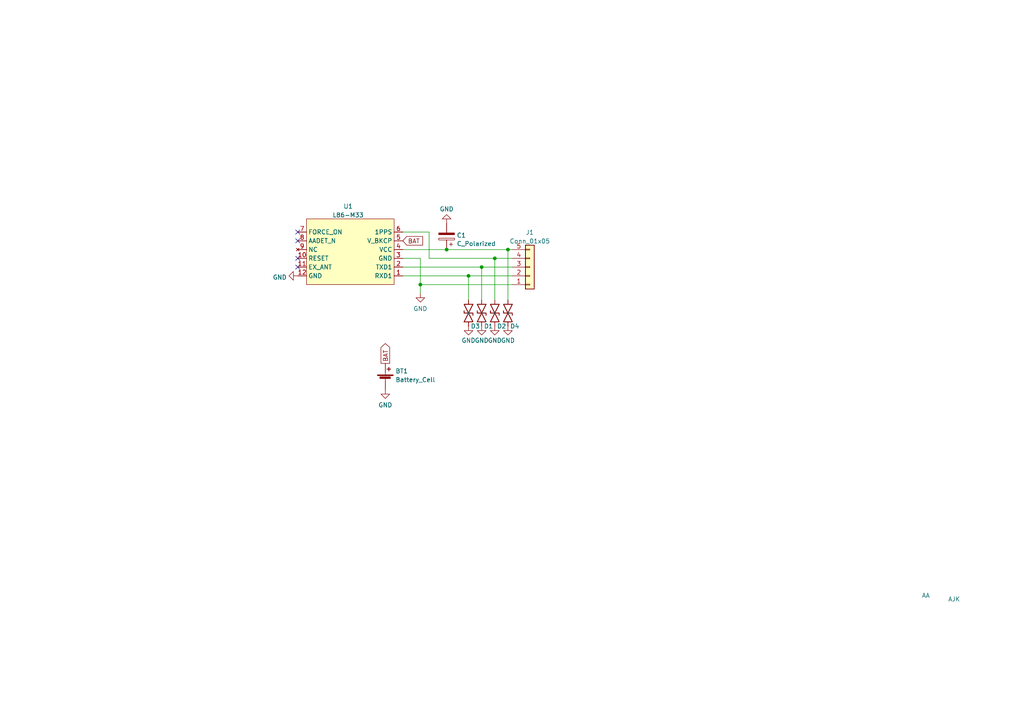
<source format=kicad_sch>
(kicad_sch (version 20230121) (generator eeschema)
  (paper "A4")
  (title_block (title "GPS reference") (date "${DATE}") (rev "1") (company "Adrian Kennard Andrews & Arnold Ltd") (comment 1 "@TheRealRevK") (comment 2 "www.me.uk"))
  (lib_symbols
    (symbol "Connector_Generic:Conn_01x05" (pin_names (offset 1.016) hide)
      (property "Reference" "J" (at 0 7.62 0))
      (property "Value" "Conn_01x05" (at 0 -7.62 0))
      (symbol "Conn_01x05_1_1"
        (rectangle (start -1.27 -4.953) (end 0 -5.207) (stroke (width 0.1524)))
        (rectangle (start -1.27 -2.413) (end 0 -2.667) (stroke (width 0.1524)))
        (rectangle (start -1.27 0.127) (end 0 -0.127) (stroke (width 0.1524)))
        (rectangle (start -1.27 2.667) (end 0 2.413) (stroke (width 0.1524)))
        (rectangle (start -1.27 5.207) (end 0 4.953) (stroke (width 0.1524)))
        (rectangle (start -1.27 6.35) (end 1.27 -6.35) (stroke (width 0.254)) (fill (type background)))
        (pin passive line (at -5.08 5.08 0) (length 3.81) (name "Pin_1") (number "1"))
        (pin passive line (at -5.08 2.54 0) (length 3.81) (name "Pin_2") (number "2"))
        (pin passive line (at -5.08 0 0) (length 3.81) (name "Pin_3") (number "3"))
        (pin passive line (at -5.08 -2.54 0) (length 3.81) (name "Pin_4") (number "4"))
        (pin passive line (at -5.08 -5.08 0) (length 3.81) (name "Pin_5") (number "5"))
      )
    )
    (symbol "Device:Battery_Cell" (pin_numbers hide) (pin_names (offset 0) hide)
      (property "Reference" "BT" (at 2.54 2.54 0))
      (property "Value" "Battery_Cell" (at 2.54 0 0))
      (symbol "Battery_Cell_0_1"
        (rectangle (start -2.286 1.778) (end 2.286 1.524) (fill (type outline)))
        (rectangle (start -1.5748 1.1938) (end 1.4732 0.6858) (fill (type outline)))
        (polyline (pts (xy 0 0.762) (xy 0 0)))
        (polyline (pts (xy 0 1.778) (xy 0 2.54)))
        (polyline (pts (xy 0.508 3.429) (xy 1.524 3.429)) (stroke (width 0.254)))
        (polyline (pts (xy 1.016 3.937) (xy 1.016 2.921)) (stroke (width 0.254)))
      )
      (symbol "Battery_Cell_1_1"
        (pin passive line (at 0 5.08 270) (length 2.54) (name "+") (number "1"))
        (pin passive line (at 0 -2.54 90) (length 2.54) (name "-") (number "2"))
      )
    )
    (symbol "Device:C_Polarized" (pin_numbers hide) (pin_names (offset 0.254))
      (property "Reference" "C" (at 0.635 2.54 0))
      (property "Value" "C_Polarized" (at 0.635 -2.54 0))
      (symbol "C_Polarized_0_1"
        (rectangle (start -2.286 0.508) (end 2.286 1.016))
        (polyline (pts (xy -1.778 2.286) (xy -0.762 2.286)))
        (polyline (pts (xy -1.27 2.794) (xy -1.27 1.778)))
        (rectangle (start 2.286 -0.508) (end -2.286 -1.016) (fill (type outline)))
      )
      (symbol "C_Polarized_1_1"
        (pin passive line (at 0 3.81 270) (length 2.794) (name "~") (number "1"))
        (pin passive line (at 0 -3.81 90) (length 2.794) (name "~") (number "2"))
      )
    )
    (symbol "GND_1" (power) (pin_names (offset 0))
      (property "Value" "GND_1" (at 0 -3.81 0))
      (symbol "GND_1_0_1"
        (polyline (pts (xy 0 0) (xy 0 -1.27) (xy 1.27 -1.27) (xy 0 -2.54) (xy -1.27 -1.27) (xy 0 -1.27)))
      )
      (symbol "GND_1_1_1"
        (pin power_in line (at 0 0 270) (length 0) hide (name "GND") (number "1"))
      )
    )
    (symbol "RevK:AA" (pin_names (offset 1.016)) (in_bom no)
      (property "Value" "AA" (at 0 0 0))
    )
    (symbol "RevK:AJK" (pin_names (offset 1.016)) (in_bom no)
      (property "Value" "AJK" (at 0 0 0))
    )
    (symbol "RevK:ES05D1MC10" (pin_numbers hide)
      (property "Reference" "D" (at 0 2.54 0))
      (symbol "ES05D1MC10_0_1"
        (polyline (pts (xy -2.54 1.27) (xy -2.54 -1.27) (xy 0 0) (xy -2.54 1.27)) (stroke (width 0.254)))
        (polyline (pts (xy 2.54 -1.27) (xy 2.54 1.27) (xy 0 0) (xy 2.54 -1.27)) (stroke (width 0.254)))
      )
      (symbol "ES05D1MC10_1_1"
        (polyline (pts (xy 0.635 1.27) (xy 0 1.27) (xy 0 -1.27) (xy -0.635 -1.27)) (stroke (width 0.254)))
        (pin passive line (at 3.81 0 180) (length 1.27) (name "~") (number "1"))
        (pin passive line (at -3.81 0 0) (length 1.27) (name "~") (number "2"))
      )
    )
    (symbol "RevK:L86-M33"
      (property "Reference" "U" (at 0 11.43 0))
      (property "Value" "L86-M33" (at 0 8.89 0))
      (symbol "L86-M33_0_1"
        (rectangle (start -12.7 10.16) (end 12.7 -8.89) (stroke (width 0.1524)) (fill (type background)))
      )
      (symbol "L86-M33_1_1"
        (pin input line (at 15.24 -6.35 180) (length 2.54) (name "RXD1") (number "1"))
        (pin input line (at -15.24 -1.27 0) (length 2.54) (name "RESET") (number "10"))
        (pin passive line (at -15.24 -3.81 0) (length 2.54) (name "EX_ANT") (number "11"))
        (pin power_in line (at -15.24 -6.35 0) (length 2.54) (name "GND") (number "12"))
        (pin output line (at 15.24 -3.81 180) (length 2.54) (name "TXD1") (number "2"))
        (pin power_in line (at 15.24 -1.27 180) (length 2.54) (name "GND") (number "3"))
        (pin power_in line (at 15.24 1.27 180) (length 2.54) (name "VCC") (number "4"))
        (pin power_in line (at 15.24 3.81 180) (length 2.54) (name "V_BKCP") (number "5"))
        (pin output line (at 15.24 6.35 180) (length 2.54) (name "1PPS") (number "6"))
        (pin input line (at -15.24 6.35 0) (length 2.54) (name "FORCE_ON") (number "7"))
        (pin passive line (at -15.24 3.81 0) (length 2.54) (name "AADET_N") (number "8"))
        (pin no_connect line (at -15.24 1.27 0) (length 2.54) (name "NC") (number "9"))
      )
    )
    (symbol "power:GND" (power) (pin_names (offset 0))
      (property "Value" "GND" (at 0 -3.81 0))
      (symbol "GND_0_1"
        (polyline (pts (xy 0 0) (xy 0 -1.27) (xy 1.27 -1.27) (xy 0 -2.54) (xy -1.27 -1.27) (xy 0 -1.27)))
      )
      (symbol "GND_1_1"
        (pin power_in line (at 0 0 270) (length 0) hide (name "GND") (number "1"))
      )
    )
  )
  (junction (at 129.54 72.39))
  (junction (at 143.51 74.93))
  (junction (at 139.7 77.47))
  (junction (at 147.32 72.39))
  (junction (at 121.92 82.55))
  (junction (at 135.89 80.01))
  (no_connect (at 86.36 67.31))
  (no_connect (at 86.36 69.85))
  (no_connect (at 86.36 74.93))
  (no_connect (at 86.36 77.47))
  (wire (pts (xy 135.89 80.01) (xy 135.89 86.995)))
  (wire (pts (xy 116.84 74.93) (xy 121.92 74.93)))
  (wire (pts (xy 116.84 80.01) (xy 135.89 80.01)))
  (wire (pts (xy 116.84 67.31) (xy 124.46 67.31)))
  (wire (pts (xy 121.92 82.55) (xy 148.59 82.55)))
  (wire (pts (xy 143.51 74.93) (xy 148.59 74.93)))
  (wire (pts (xy 124.46 67.31) (xy 124.46 74.93)))
  (wire (pts (xy 121.92 82.55) (xy 121.92 85.09)))
  (wire (pts (xy 139.7 77.47) (xy 148.59 77.47)))
  (wire (pts (xy 143.51 74.93) (xy 143.51 86.995)))
  (wire (pts (xy 147.32 72.39) (xy 148.59 72.39)))
  (wire (pts (xy 147.32 72.39) (xy 147.32 86.995)))
  (wire (pts (xy 139.7 77.47) (xy 139.7 86.995)))
  (wire (pts (xy 116.84 72.39) (xy 129.54 72.39)))
  (wire (pts (xy 129.54 72.39) (xy 147.32 72.39)))
  (wire (pts (xy 121.92 74.93) (xy 121.92 82.55)))
  (wire (pts (xy 124.46 74.93) (xy 143.51 74.93)))
  (wire (pts (xy 116.84 77.47) (xy 139.7 77.47)))
  (wire (pts (xy 135.89 80.01) (xy 148.59 80.01)))
  (global_label "BAT" (shape input) (at 116.84 69.85 0) (property "Intersheetrefs" "${INTERSHEET_REFS}" (effects hide)))
  (global_label "BAT" (shape output) (at 111.76 105.41 90) (property "Intersheetrefs" "${INTERSHEET_REFS}" (effects hide)))
  (symbol (lib_id "RevK:AA") (at 266.7 172.72 0) (unit 1) (in_bom no)
    (property "Reference" "Logo1" (effects hide))
    (property "Value" "AA" (at 267.335 172.72 0) (effects (justify left)))
    (property "Footprint" "RevK:AA" (effects hide))
    (property "Note" "Non part, PCB printed" (effects hide))
  )
  (symbol (lib_name "GND_1") (lib_id "power:GND") (at 147.32 94.615 0) (unit 1)
    (property "Reference" "#PWR06" (effects hide))
    (property "Value" "GND" (at 147.32 98.7481 0))
  )
  (symbol (lib_id "power:GND") (at 86.36 80.01 270) (unit 1)
    (property "Reference" "#PWR02" (effects hide))
    (property "Value" "GND" (at 83.1851 80.4438 90) (effects (justify right)))
  )
  (symbol (lib_name "GND_1") (lib_id "power:GND") (at 143.51 94.615 0) (unit 1)
    (property "Reference" "#PWR05" (effects hide))
    (property "Value" "GND" (at 143.51 98.7481 0))
  )
  (symbol (lib_id "RevK:ES05D1MC10") (at 143.51 90.805 90) (unit 1)
    (property "Reference" "D2" (at 144.145 94.615 90) (effects (justify right)))
    (property "Value" "~" (at 143.51 90.805 0))
    (property "Footprint" "RevK:DFN1006-2L" (effects hide))
    (property "LCSC Part #" "C5137770" (effects hide))
  )
  (symbol (lib_id "RevK:ES05D1MC10") (at 139.7 90.805 90) (unit 1)
    (property "Reference" "D1" (at 140.335 94.615 90) (effects (justify right)))
    (property "Value" "~" (at 139.7 90.805 0))
    (property "Footprint" "RevK:DFN1006-2L" (effects hide))
    (property "LCSC Part #" "C5137770" (effects hide))
  )
  (symbol (lib_name "GND_1") (lib_id "power:GND") (at 139.7 94.615 0) (unit 1)
    (property "Reference" "#PWR04" (effects hide))
    (property "Value" "GND" (at 139.7 98.7481 0))
  )
  (symbol (lib_name "GND_1") (lib_id "power:GND") (at 121.92 85.09 0) (unit 1)
    (property "Reference" "#PWR0101" (effects hide))
    (property "Value" "GND" (at 121.92 89.5334 0))
  )
  (symbol (lib_id "RevK:AJK") (at 274.32 173.355 0) (unit 1) (in_bom no)
    (property "Reference" "Logo2" (effects hide))
    (property "Value" "AJK" (at 274.955 173.7888 0) (effects (justify left)))
    (property "Footprint" "RevK:AJK" (effects hide))
    (property "Note" "Non part, PCB printed" (effects hide))
  )
  (symbol (lib_id "Connector_Generic:Conn_01x05") (at 153.67 77.47 0) (mirror x) (unit 1)
    (property "Reference" "J1" (at 153.67 67.4202 0))
    (property "Value" "Conn_01x05" (at 153.67 69.9571 0))
    (property "Footprint" "RevK:PTSM-HH-5-RA-P-SMD" (effects hide))
    (property "Phenoix part" "1814948" (effects hide))
  )
  (symbol (lib_name "GND_1") (lib_id "power:GND") (at 129.54 64.77 180) (unit 1)
    (property "Reference" "#PWR01" (effects hide))
    (property "Value" "GND" (at 129.54 60.6369 0))
  )
  (symbol (lib_id "RevK:ES05D1MC10") (at 135.89 90.805 90) (unit 1)
    (property "Reference" "D3" (at 136.525 94.615 90) (effects (justify right)))
    (property "Value" "~" (at 135.89 90.805 0))
    (property "Footprint" "RevK:DFN1006-2L" (effects hide))
    (property "LCSC Part #" "C5137770" (effects hide))
  )
  (symbol (lib_id "RevK:L86-M33") (at 101.6 73.66 0) (unit 1)
    (property "Reference" "U1" (at 100.965 59.851 0))
    (property "Value" "L86-M33" (at 100.965 62.3879 0))
    (property "Footprint" "RevK:L86-M33" (effects hide))
  )
  (symbol (lib_id "power:GND") (at 111.76 113.03 0) (unit 1)
    (property "Reference" "#PWR07" (effects hide))
    (property "Value" "GND" (at 111.76 117.4734 0))
  )
  (symbol (lib_id "Device:C_Polarized") (at 129.54 68.58 180) (unit 1)
    (property "Reference" "C1" (at 132.461 68.2569 0) (effects (justify right)))
    (property "Value" "C_Polarized" (at 132.461 70.6811 0) (effects (justify right)))
    (property "Footprint" "RevK:CP_EIA-7343-31_Kemet-D" (effects hide))
    (property "LCSC Part #" "C106188" (effects hide))
    (property "JLCPCB Rotation Offset" "180" (effects hide))
  )
  (symbol (lib_name "GND_1") (lib_id "power:GND") (at 135.89 94.615 0) (unit 1)
    (property "Reference" "#PWR03" (effects hide))
    (property "Value" "GND" (at 135.89 98.7481 0))
  )
  (symbol (lib_id "Device:Battery_Cell") (at 111.76 110.49 0) (unit 1)
    (property "Reference" "BT1" (at 114.681 107.6233 0) (effects (justify left)))
    (property "Value" "Battery_Cell" (at 114.681 110.1602 0) (effects (justify left)))
    (property "Footprint" "RevK:Battery-Holder-2032" (effects hide))
  )
  (symbol (lib_id "RevK:ES05D1MC10") (at 147.32 90.805 90) (unit 1)
    (property "Reference" "D4" (at 147.955 94.615 90) (effects (justify right)))
    (property "Value" "~" (at 147.32 90.805 0))
    (property "Footprint" "RevK:DFN1006-2L" (effects hide))
    (property "LCSC Part #" "C5137770" (effects hide))
  )
)
</source>
